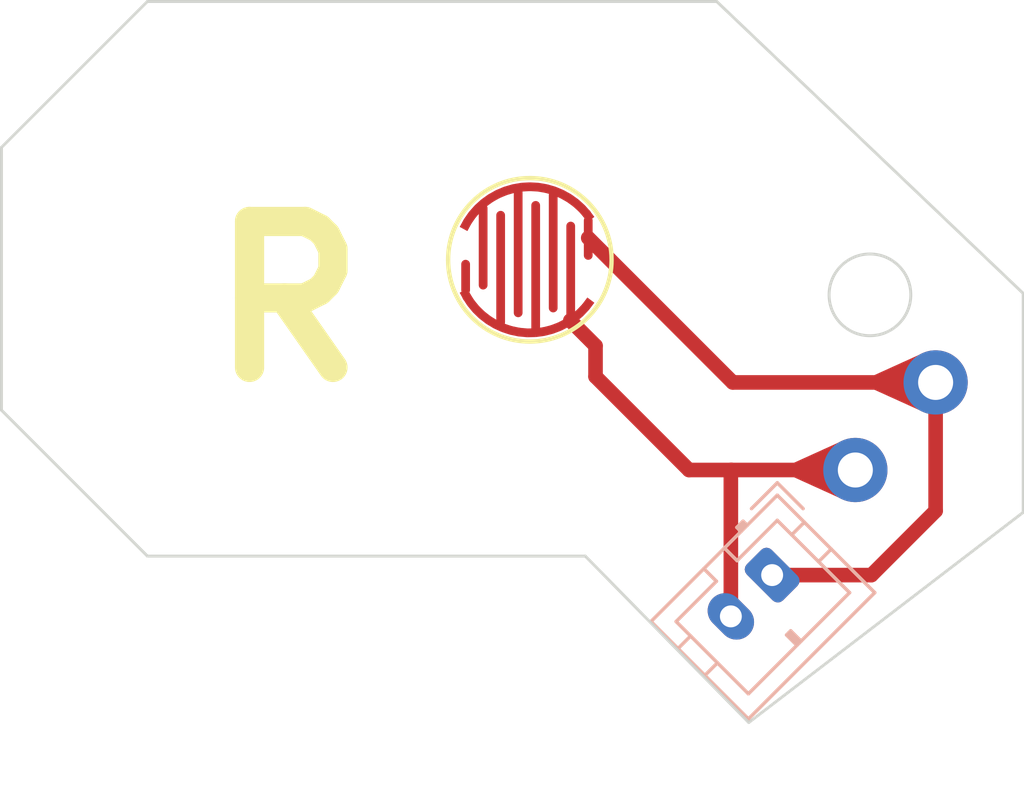
<source format=kicad_pcb>
(kicad_pcb (version 20221018) (generator pcbnew)
  (title_block (title "Nintendo OEM SNES Controller Replacement PCB") (date "2022-10-20") (rev "4a") (comment 1 "http://creativecommons.org/licenses/by-sa/4.0") (comment 2 "Attribution-ShareAlike v4.0 license.") (comment 3 "This document describes Open Hardware and is licensed under the Creative Commons") (comment 4 "(c) 2022 Bob Taylor"))
  (layers (0 "F.Cu" signal "Front") (31 "B.Cu" signal "Back") (34 "B.Paste" user) (35 "F.Paste" user) (36 "B.SilkS" user "B.Silkscreen") (37 "F.SilkS" user "F.Silkscreen") (38 "B.Mask" user) (39 "F.Mask" user) (44 "Edge.Cuts" user))
  (net 0 "")
  (net 1 "Net-(J1-Pin_1)")
  (net 2 "Net-(J1-Pin_2)")
  (footprint "VideoGames:BTN_Controller_5mm_0.3_0.3" (layer "F.Cu") (at 118.1 108.8 90)
    (fp_text reference "SW9" hide)
    (fp_text value "Button_Pad")
    (fp_circle (center 0 0) (end 0 2.8) (stroke (width 0.15)) (fill none) (layer "F.SilkS"))
    (pad "1" smd rect locked (at -2.499414 0.054082 271.2395851) (size 0.3 0.3) (layers "F.Cu" "F.Mask") (net 2 "Net-(J1-Pin_2)"))
    (pad "1" smd rect locked (at -2.489525 -0.228611 264.7532704) (size 0.3 0.3) (layers "F.Cu" "F.Mask") (net 2 "Net-(J1-Pin_2)"))
    (pad "1" smd rect locked (at -2.477306 0.336085 277.7258997) (size 0.3 0.3) (layers "F.Cu" "F.Mask") (net 2 "Net-(J1-Pin_2)"))
    (pad "1" smd rect locked (at -2.447764 -0.50838 258.2669557) (size 0.3 0.3) (layers "F.Cu" "F.Mask") (net 2 "Net-(J1-Pin_2)"))
    (pad "1" smd rect locked (at -2.423482 0.613785 284.2122144) (size 0.3 0.3) (layers "F.Cu" "F.Mask") (net 2 "Net-(J1-Pin_2)"))
    (pad "1" smd rect locked (at -2.374666 -0.781639 251.7806411) (size 0.3 0.3) (layers "F.Cu" "F.Mask") (net 2 "Net-(J1-Pin_2)"))
    (pad "1" smd rect locked (at -2.338632 0.883627 290.698529) (size 0.3 0.3) (layers "F.Cu" "F.Mask") (net 2 "Net-(J1-Pin_2)"))
    (pad "1" smd rect locked (at -2.271166 -1.044892 245.2943264) (size 0.3 0.3) (layers "F.Cu" "F.Mask") (net 2 "Net-(J1-Pin_2)"))
    (pad "1" smd rect locked (at -2.223843 1.142156 297.1848437) (size 0.3 0.3) (layers "F.Cu" "F.Mask") (net 2 "Net-(J1-Pin_2)"))
    (pad "1" smd rect locked (at -2.138591 -1.294768 238.8080117) (size 0.3 0.3) (layers "F.Cu" "F.Mask") (net 2 "Net-(J1-Pin_2)"))
    (pad "1" smd rect locked (at -2.080583 1.386063 303.6711584) (size 0.3 0.3) (layers "F.Cu" "F.Mask") (net 2 "Net-(J1-Pin_2)"))
    (pad "1" smd rect locked (at -1.978637 -1.528068 232.3216971) (size 0.3 0.3) (layers "F.Cu" "F.Mask") (net 2 "Net-(J1-Pin_2)"))
    (pad "1" smd rect locked (at -1.910687 1.612226 310.157473) (size 0.3 0.3) (layers "F.Cu" "F.Mask") (net 2 "Net-(J1-Pin_2)"))
    (pad "1" smd rect locked (at -1.793352 -1.741805 225.8353824) (size 0.3 0.3) (layers "F.Cu" "F.Mask") (net 2 "Net-(J1-Pin_2)"))
    (pad "1" smd rect locked (at -1.71633 1.817748 316.6437877) (size 0.3 0.3) (layers "F.Cu" "F.Mask") (net 2 "Net-(J1-Pin_2)"))
    (pad "1" smd rect locked (at -1.585108 -1.933243 219.3490678) (size 0.3 0.3) (layers "F.Cu" "F.Mask") (net 2 "Net-(J1-Pin_2)"))
    (pad "1" smd rect locked (at -1.499999 2 323.1301024) (size 0.3 0.3) (layers "F.Cu" "F.Mask") (net 2 "Net-(J1-Pin_2)"))
    (pad "1" smd rect locked (at -1.356571 -2.099931 212.8627531) (size 0.3 0.3) (layers "F.Cu" "F.Mask") (net 2 "Net-(J1-Pin_2)"))
    (pad "1" smd rect locked (at -1.187434 -2.199999 208.3576366) (size 0.3 0.3) (layers "F.Cu" "F.Mask") (net 2 "Net-(J1-Pin_2)"))
    (pad "1" smd oval locked (at -0.593717 -2.2 90) (size 1.187434 0.3) (layers "F.Cu" "F.Mask") (net 2 "Net-(J1-Pin_2)"))
    (pad "1" smd oval locked (at -0.382526 1.4 90) (size 3.377409 0.3) (layers "F.Cu" "F.Mask") (net 2 "Net-(J1-Pin_2)"))
    (pad "1" smd oval locked (at -0.307476 -1 90) (size 3.967623 0.3) (layers "F.Cu" "F.Mask") (net 2 "Net-(J1-Pin_2)"))
    (pad "1" smd oval locked (at -0.238757 0.2 90) (size 4.506459 0.3) (layers "F.Cu" "F.Mask") (net 2 "Net-(J1-Pin_2)"))
    (pad "2" smd oval locked (at 0.250776 -0.4 90) (size 4.434032 0.3) (layers "F.Cu" "F.Mask") (net 1 "Net-(J1-Pin_1)"))
    (pad "2" smd oval locked (at 0.28398 0.8 90) (size 4.169127 0.3) (layers "F.Cu" "F.Mask") (net 1 "Net-(J1-Pin_1)"))
    (pad "2" smd oval locked (at 0.452015 -1.6 90) (size 2.937844 0.3) (layers "F.Cu" "F.Mask") (net 1 "Net-(J1-Pin_1)"))
    (pad "2" smd oval locked (at 0.75 2 90) (size 1.5 0.3) (layers "F.Cu" "F.Mask") (net 1 "Net-(J1-Pin_1)"))
    (pad "2" smd rect locked (at 1.187434 -2.2 151.6423634) (size 0.3 0.3) (layers "F.Cu" "F.Mask") (net 1 "Net-(J1-Pin_1)"))
    (pad "2" smd rect locked (at 1.428358 -2.051777 145.1560488) (size 0.3 0.3) (layers "F.Cu" "F.Mask") (net 1 "Net-(J1-Pin_1)"))
    (pad "2" smd rect locked (at 1.499999 2 36.8698976) (size 0.3 0.3) (layers "F.Cu" "F.Mask") (net 1 "Net-(J1-Pin_1)"))
    (pad "2" smd rect locked (at 1.650996 -1.877288 138.6697341) (size 0.3 0.3) (layers "F.Cu" "F.Mask") (net 1 "Net-(J1-Pin_1)"))
    (pad "2" smd rect locked (at 1.652461 1.875998 41.3750142) (size 0.3 0.3) (layers "F.Cu" "F.Mask") (net 1 "Net-(J1-Pin_1)"))
    (pad "2" smd rect locked (at 1.852497 -1.678765 132.1834194) (size 0.3 0.3) (layers "F.Cu" "F.Mask") (net 1 "Net-(J1-Pin_1)"))
    (pad "2" smd rect locked (at 1.853807 1.677318 47.8613288) (size 0.3 0.3) (layers "F.Cu" "F.Mask") (net 1 "Net-(J1-Pin_1)"))
    (pad "2" smd rect locked (at 2.030282 -1.45875 125.6971048) (size 0.3 0.3) (layers "F.Cu" "F.Mask") (net 1 "Net-(J1-Pin_1)"))
    (pad "2" smd rect locked (at 2.031421 1.457164 54.3476435) (size 0.3 0.3) (layers "F.Cu" "F.Mask") (net 1 "Net-(J1-Pin_1)"))
    (pad "2" smd rect locked (at 2.182075 -1.22006 119.2107901) (size 0.3 0.3) (layers "F.Cu" "F.Mask") (net 1 "Net-(J1-Pin_1)"))
    (pad "2" smd rect locked (at 2.183027 1.218355 60.8339582) (size 0.3 0.3) (layers "F.Cu" "F.Mask") (net 1 "Net-(J1-Pin_1)"))
    (pad "2" smd rect locked (at 2.305932 -0.96575 112.7244754) (size 0.3 0.3) (layers "F.Cu" "F.Mask") (net 1 "Net-(J1-Pin_1)"))
    (pad "2" smd rect locked (at 2.306686 0.963948 67.3202728) (size 0.3 0.3) (layers "F.Cu" "F.Mask") (net 1 "Net-(J1-Pin_1)"))
    (pad "2" smd rect locked (at 2.400269 -0.699076 106.2381608) (size 0.3 0.3) (layers "F.Cu" "F.Mask") (net 1 "Net-(J1-Pin_1)"))
    (pad "2" smd rect locked (at 2.400814 0.697201 73.8065875) (size 0.3 0.3) (layers "F.Cu" "F.Mask") (net 1 "Net-(J1-Pin_1)"))
    (pad "2" smd rect locked (at 2.463876 -0.423453 99.7518461) (size 0.3 0.3) (layers "F.Cu" "F.Mask") (net 1 "Net-(J1-Pin_1)"))
    (pad "2" smd rect locked (at 2.464206 0.421528 80.2929021) (size 0.3 0.3) (layers "F.Cu" "F.Mask") (net 1 "Net-(J1-Pin_1)"))
    (pad "2" smd rect locked (at 2.49594 -0.142408 93.2655315) (size 0.3 0.3) (layers "F.Cu" "F.Mask") (net 1 "Net-(J1-Pin_1)"))
    (pad "2" smd rect locked (at 2.496051 0.140459 86.7792168) (size 0.3 0.3) (layers "F.Cu" "F.Mask") (net 1 "Net-(J1-Pin_1)"))
  )
  (footprint "MountingHole:MountingHole_1.2mm_Pad" (layer "F.Cu") (at 132 113)
    (fp_text reference "JW8" hide)
    (fp_text value "LS")
    (pad "1" thru_hole circle locked (at 0 0) (size 2.2 2.2) (drill 1.2) (layers "*.Cu" "*.Mask") (net 1 "Net-(J1-Pin_1)"))
  )
  (footprint "MountingHole:MountingHole_1.2mm_Pad" (layer "F.Cu") (at 129.25 116)
    (fp_text reference "JW5" hide)
    (fp_text value "LS-")
    (pad "1" thru_hole circle locked (at 0 0) (size 2.2 2.2) (drill 1.2) (layers "*.Cu" "*.Mask") (net 2 "Net-(J1-Pin_2)"))
  )
  (footprint "Connector_JST:JST_PH_B2B-PH-K_1x02_P2.00mm_Vertical" (layer "B.Cu") (at 126.4 119.6 -135)
    (fp_text reference "J1")
    (fp_text value "Conn_01x02")
    (fp_line (start -2.36 2.11) (end -2.36 0.86) (stroke (width 0.12)) (layer "B.SilkS"))
    (fp_line (start -2.06 -2.91) (end 4.06 -2.91) (stroke (width 0.12)) (layer "B.SilkS"))
    (fp_line (start -2.06 -0.8) (end -1.45 -0.8) (stroke (width 0.12)) (layer "B.SilkS"))
    (fp_line (start -2.06 0.5) (end -1.45 0.5) (stroke (width 0.12)) (layer "B.SilkS"))
    (fp_line (start -2.06 1.81) (end -2.06 -2.91) (stroke (width 0.12)) (layer "B.SilkS"))
    (fp_line (start -1.45 -2.3) (end 3.45 -2.3) (stroke (width 0.12)) (layer "B.SilkS"))
    (fp_line (start -1.45 1.2) (end -1.45 -2.3) (stroke (width 0.12)) (layer "B.SilkS"))
    (fp_line (start -1.11 2.11) (end -2.36 2.11) (stroke (width 0.12)) (layer "B.SilkS"))
    (fp_line (start -0.6 2.01) (end -0.6 1.81) (stroke (width 0.12)) (layer "B.SilkS"))
    (fp_line (start -0.3 1.81) (end -0.3 2.01) (stroke (width 0.12)) (layer "B.SilkS"))
    (fp_line (start -0.3 1.91) (end -0.6 1.91) (stroke (width 0.12)) (layer "B.SilkS"))
    (fp_line (start -0.3 2.01) (end -0.6 2.01) (stroke (width 0.12)) (layer "B.SilkS"))
    (fp_line (start 0.5 1.2) (end -1.45 1.2) (stroke (width 0.12)) (layer "B.SilkS"))
    (fp_line (start 0.5 1.81) (end 0.5 1.2) (stroke (width 0.12)) (layer "B.SilkS"))
    (fp_line (start 0.9 -2.3) (end 0.9 -1.8) (stroke (width 0.12)) (layer "B.SilkS"))
    (fp_line (start 0.9 -1.8) (end 1.1 -1.8) (stroke (width 0.12)) (layer "B.SilkS"))
    (fp_line (start 1 -2.3) (end 1 -1.8) (stroke (width 0.12)) (layer "B.SilkS"))
    (fp_line (start 1.1 -1.8) (end 1.1 -2.3) (stroke (width 0.12)) (layer "B.SilkS"))
    (fp_line (start 1.5 1.2) (end 1.5 1.81) (stroke (width 0.12)) (layer "B.SilkS"))
    (fp_line (start 3.45 -2.3) (end 3.45 1.2) (stroke (width 0.12)) (layer "B.SilkS"))
    (fp_line (start 3.45 1.2) (end 1.5 1.2) (stroke (width 0.12)) (layer "B.SilkS"))
    (fp_line (start 4.06 -2.91) (end 4.06 1.81) (stroke (width 0.12)) (layer "B.SilkS"))
    (fp_line (start 4.06 -0.8) (end 3.45 -0.8) (stroke (width 0.12)) (layer "B.SilkS"))
    (fp_line (start 4.06 0.5) (end 3.45 0.5) (stroke (width 0.12)) (layer "B.SilkS"))
    (fp_line (start 4.06 1.81) (end -2.06 1.81) (stroke (width 0.12)) (layer "B.SilkS"))
    (pad "1" thru_hole roundrect (at 0 0 225) (size 1.2 1.75) (drill 0.75) (layers "*.Cu" "*.Mask") (roundrect_rratio 0.2083333333) (net 1 "Net-(J1-Pin_1)"))
    (pad "2" thru_hole oval (at 2 0 225) (size 1.2 1.75) (drill 0.75) (layers "*.Cu" "*.Mask") (net 2 "Net-(J1-Pin_2)"))
  )
  (gr_line (start 135 109.95) (end 124.5 99.95) (stroke (width 0.1)) (layer "Edge.Cuts"))
  (gr_circle locked (center 129.75 110) (end 131.15 110) (stroke (width 0.1)) (fill none) (layer "Edge.Cuts"))
  (gr_line (start 100 104.95) (end 100 113.95) (stroke (width 0.1)) (layer "Edge.Cuts"))
  (gr_line (start 135 117.45) (end 135 109.95) (stroke (width 0.1)) (layer "Edge.Cuts"))
  (gr_line (start 105 99.95) (end 124.5 99.95) (stroke (width 0.1)) (layer "Edge.Cuts"))
  (gr_line (start 135 117.45) (end 125.6 124.65) (stroke (width 0.1)) (layer "Edge.Cuts"))
  (gr_line (start 120 118.95) (end 105 118.95) (stroke (width 0.1)) (layer "Edge.Cuts"))
  (gr_line (start 125.6 124.65) (end 120 118.95) (stroke (width 0.1)) (layer "Edge.Cuts"))
  (gr_line (start 105 99.95) (end 100 104.95) (stroke (width 0.1)) (layer "Edge.Cuts"))
  (gr_line (start 100 113.95) (end 105 118.95) (stroke (width 0.1)) (layer "Edge.Cuts"))
  (gr_text "R" (at 106.65 113.15) (layer "F.SilkS") (effects (font (size 5 5) (thickness 1) bold) (justify left bottom)))
  (segment locked (start 125.05 113) (end 132 113) (width 0.5) (layer "F.Cu") (net 1))
  (segment (start 126.4 119.6) (end 129.8 119.6) (width 0.5) (layer "F.Cu") (net 1))
  (segment (start 129.8 119.6) (end 132 117.4) (width 0.5) (layer "F.Cu") (net 1))
  (segment locked (start 120.1 108.05) (end 125.05 113) (width 0.5) (layer "F.Cu") (net 1))
  (segment (start 132 117.4) (end 132 113) (width 0.5) (layer "F.Cu") (net 1))
  (segment (start 124.985786 121.014214) (end 124.985786 116.014214) (width 0.5) (layer "F.Cu") (net 2))
  (segment (start 120.35 112.8) (end 123.55 116) (width 0.5) (layer "F.Cu") (net 2))
  (segment (start 124.985786 116.014214) (end 125 116) (width 0.5) (layer "F.Cu") (net 2))
  (segment (start 120.35 112.8) (end 120.35 111.74452) (width 0.5) (layer "F.Cu") (net 2))
  (segment (start 125 116) (end 123.55 116) (width 0.5) (layer "F.Cu") (net 2))
  (segment (start 120.35 111.74452) (end 119.486063 110.880583) (width 0.5) (layer "F.Cu") (net 2))
  (segment (start 129.25 116) (end 125 116) (width 0.5) (layer "F.Cu") (net 2))
)
</source>
